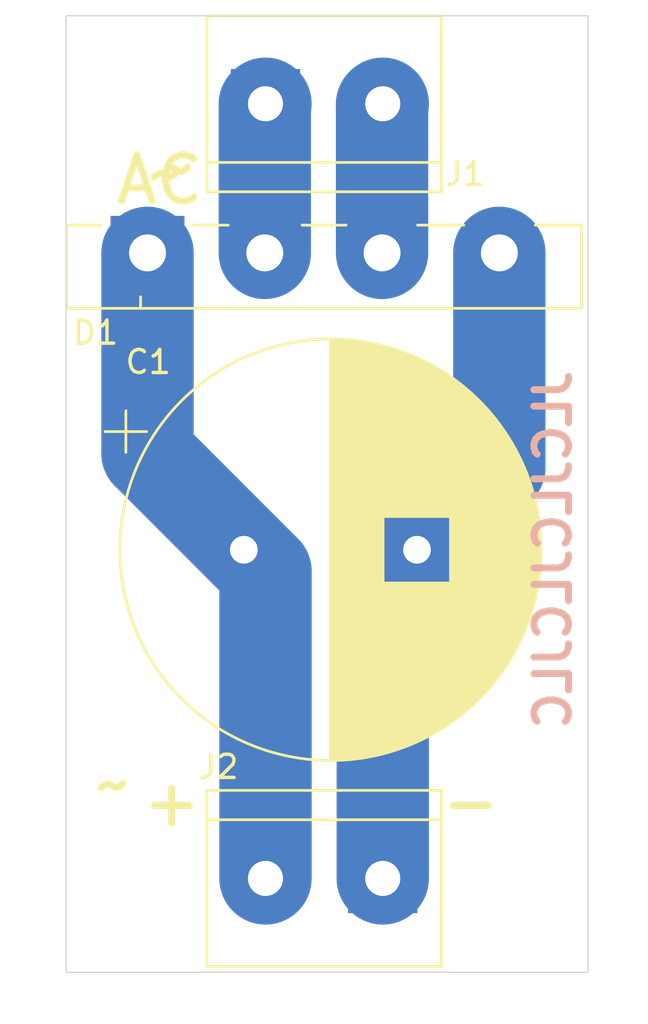
<source format=kicad_pcb>
(kicad_pcb (version 20171130) (host pcbnew 5.1.5+dfsg1-2build2)

  (general
    (thickness 1.6)
    (drawings 11)
    (tracks 12)
    (zones 0)
    (modules 8)
    (nets 5)
  )

  (page A4)
  (layers
    (0 F.Cu signal)
    (31 B.Cu signal)
    (33 F.Adhes user)
    (35 F.Paste user)
    (36 B.SilkS user)
    (37 F.SilkS user)
    (38 B.Mask user)
    (39 F.Mask user)
    (40 Dwgs.User user)
    (41 Cmts.User user)
    (42 Eco1.User user)
    (43 Eco2.User user)
    (44 Edge.Cuts user)
    (45 Margin user)
    (46 B.CrtYd user)
    (47 F.CrtYd user)
    (49 F.Fab user)
  )

  (setup
    (last_trace_width 0.5)
    (user_trace_width 1)
    (user_trace_width 2)
    (user_trace_width 3)
    (user_trace_width 4)
    (trace_clearance 0.5)
    (zone_clearance 0.508)
    (zone_45_only no)
    (trace_min 0.2)
    (via_size 0.8)
    (via_drill 0.4)
    (via_min_size 0.4)
    (via_min_drill 0.3)
    (uvia_size 0.3)
    (uvia_drill 0.1)
    (uvias_allowed no)
    (uvia_min_size 0.2)
    (uvia_min_drill 0.1)
    (edge_width 0.05)
    (segment_width 0.2)
    (pcb_text_width 0.3)
    (pcb_text_size 1.5 1.5)
    (mod_edge_width 0.12)
    (mod_text_size 1 1)
    (mod_text_width 0.15)
    (pad_size 1.524 1.524)
    (pad_drill 0.762)
    (pad_to_mask_clearance 0.051)
    (solder_mask_min_width 0.25)
    (aux_axis_origin 0 0)
    (visible_elements FFFFFF7F)
    (pcbplotparams
      (layerselection 0x010f0_ffffffff)
      (usegerberextensions false)
      (usegerberattributes true)
      (usegerberadvancedattributes false)
      (creategerberjobfile false)
      (excludeedgelayer false)
      (linewidth 0.150000)
      (plotframeref false)
      (viasonmask false)
      (mode 1)
      (useauxorigin true)
      (hpglpennumber 1)
      (hpglpenspeed 20)
      (hpglpendiameter 15.000000)
      (psnegative false)
      (psa4output false)
      (plotreference true)
      (plotvalue true)
      (plotinvisibletext false)
      (padsonsilk false)
      (subtractmaskfromsilk false)
      (outputformat 1)
      (mirror false)
      (drillshape 0)
      (scaleselection 1)
      (outputdirectory "output/"))
  )

  (net 0 "")
  (net 1 "Net-(C1-Pad2)")
  (net 2 "Net-(C1-Pad1)")
  (net 3 "Net-(D1-Pad2)")
  (net 4 "Net-(D1-Pad3)")

  (net_class Default "This is the default net class."
    (clearance 0.5)
    (trace_width 0.5)
    (via_dia 0.8)
    (via_drill 0.4)
    (uvia_dia 0.3)
    (uvia_drill 0.1)
    (add_net "Net-(C1-Pad1)")
    (add_net "Net-(C1-Pad2)")
    (add_net "Net-(D1-Pad2)")
    (add_net "Net-(D1-Pad3)")
  )

  (module MountingHole:MountingHole_3.2mm_M3 locked (layer F.Cu) (tedit 56D1B4CB) (tstamp 606196D6)
    (at 194.31 130.81)
    (descr "Mounting Hole 3.2mm, no annular, M3")
    (tags "mounting hole 3.2mm no annular m3")
    (path /6061BF98)
    (attr virtual)
    (fp_text reference H4 (at 0 -4.2) (layer F.SilkS) hide
      (effects (font (size 1 1) (thickness 0.15)))
    )
    (fp_text value MountingHole (at 0 4.2) (layer F.Fab)
      (effects (font (size 1 1) (thickness 0.15)))
    )
    (fp_circle (center 0 0) (end 3.45 0) (layer F.CrtYd) (width 0.05))
    (fp_circle (center 0 0) (end 3.2 0) (layer Cmts.User) (width 0.15))
    (fp_text user %R (at 0.3 0) (layer F.Fab)
      (effects (font (size 1 1) (thickness 0.15)))
    )
    (pad 1 np_thru_hole circle (at 0 0) (size 3.2 3.2) (drill 3.2) (layers *.Cu *.Mask))
  )

  (module MountingHole:MountingHole_3.2mm_M3 locked (layer F.Cu) (tedit 56D1B4CB) (tstamp 606196CE)
    (at 212.09 130.81)
    (descr "Mounting Hole 3.2mm, no annular, M3")
    (tags "mounting hole 3.2mm no annular m3")
    (path /6061BD49)
    (attr virtual)
    (fp_text reference H3 (at 0 -4.2) (layer F.SilkS) hide
      (effects (font (size 1 1) (thickness 0.15)))
    )
    (fp_text value MountingHole (at 0 4.2) (layer F.Fab)
      (effects (font (size 1 1) (thickness 0.15)))
    )
    (fp_circle (center 0 0) (end 3.45 0) (layer F.CrtYd) (width 0.05))
    (fp_circle (center 0 0) (end 3.2 0) (layer Cmts.User) (width 0.15))
    (fp_text user %R (at 0.3 0) (layer F.Fab)
      (effects (font (size 1 1) (thickness 0.15)))
    )
    (pad 1 np_thru_hole circle (at 0 0) (size 3.2 3.2) (drill 3.2) (layers *.Cu *.Mask))
  )

  (module MountingHole:MountingHole_3.2mm_M3 locked (layer F.Cu) (tedit 56D1B4CB) (tstamp 606196C6)
    (at 194.31 94.996)
    (descr "Mounting Hole 3.2mm, no annular, M3")
    (tags "mounting hole 3.2mm no annular m3")
    (path /6061BA3E)
    (attr virtual)
    (fp_text reference H2 (at 0 -4.2) (layer F.SilkS) hide
      (effects (font (size 1 1) (thickness 0.15)))
    )
    (fp_text value MountingHole (at 0 4.2) (layer F.Fab)
      (effects (font (size 1 1) (thickness 0.15)))
    )
    (fp_circle (center 0 0) (end 3.45 0) (layer F.CrtYd) (width 0.05))
    (fp_circle (center 0 0) (end 3.2 0) (layer Cmts.User) (width 0.15))
    (fp_text user %R (at 0.3 0) (layer F.Fab)
      (effects (font (size 1 1) (thickness 0.15)))
    )
    (pad 1 np_thru_hole circle (at 0 0) (size 3.2 3.2) (drill 3.2) (layers *.Cu *.Mask))
  )

  (module MountingHole:MountingHole_3.2mm_M3 locked (layer F.Cu) (tedit 56D1B4CB) (tstamp 606196BE)
    (at 212.09 94.996)
    (descr "Mounting Hole 3.2mm, no annular, M3")
    (tags "mounting hole 3.2mm no annular m3")
    (path /6061B8BD)
    (attr virtual)
    (fp_text reference H1 (at 0 -4.2) (layer F.SilkS) hide
      (effects (font (size 1 1) (thickness 0.15)))
    )
    (fp_text value MountingHole (at 0 4.2) (layer F.Fab)
      (effects (font (size 1 1) (thickness 0.15)))
    )
    (fp_circle (center 0 0) (end 3.45 0) (layer F.CrtYd) (width 0.05))
    (fp_circle (center 0 0) (end 3.2 0) (layer Cmts.User) (width 0.15))
    (fp_text user %R (at 0.3 0) (layer F.Fab)
      (effects (font (size 1 1) (thickness 0.15)))
    )
    (pad 1 np_thru_hole circle (at 0 0) (size 3.2 3.2) (drill 3.2) (layers *.Cu *.Mask))
  )

  (module TerminalBlock:TerminalBlock_bornier-2_P5.08mm locked (layer F.Cu) (tedit 59FF03AB) (tstamp 606164ED)
    (at 200.66 96.012)
    (descr "simple 2-pin terminal block, pitch 5.08mm, revamped version of bornier2")
    (tags "terminal block bornier2")
    (path /60611B34)
    (fp_text reference J1 (at 8.636 3.048) (layer F.SilkS)
      (effects (font (size 1 1) (thickness 0.15)))
    )
    (fp_text value Screw_Terminal_01x02 (at 2.54 5.08) (layer F.Fab)
      (effects (font (size 1 1) (thickness 0.15)))
    )
    (fp_line (start 7.79 4) (end -2.71 4) (layer F.CrtYd) (width 0.05))
    (fp_line (start 7.79 4) (end 7.79 -4) (layer F.CrtYd) (width 0.05))
    (fp_line (start -2.71 -4) (end -2.71 4) (layer F.CrtYd) (width 0.05))
    (fp_line (start -2.71 -4) (end 7.79 -4) (layer F.CrtYd) (width 0.05))
    (fp_line (start -2.54 3.81) (end 7.62 3.81) (layer F.SilkS) (width 0.12))
    (fp_line (start -2.54 -3.81) (end -2.54 3.81) (layer F.SilkS) (width 0.12))
    (fp_line (start 7.62 -3.81) (end -2.54 -3.81) (layer F.SilkS) (width 0.12))
    (fp_line (start 7.62 3.81) (end 7.62 -3.81) (layer F.SilkS) (width 0.12))
    (fp_line (start 7.62 2.54) (end -2.54 2.54) (layer F.SilkS) (width 0.12))
    (fp_line (start 7.54 -3.75) (end -2.46 -3.75) (layer F.Fab) (width 0.1))
    (fp_line (start 7.54 3.75) (end 7.54 -3.75) (layer F.Fab) (width 0.1))
    (fp_line (start -2.46 3.75) (end 7.54 3.75) (layer F.Fab) (width 0.1))
    (fp_line (start -2.46 -3.75) (end -2.46 3.75) (layer F.Fab) (width 0.1))
    (fp_line (start -2.41 2.55) (end 7.49 2.55) (layer F.Fab) (width 0.1))
    (fp_text user %R (at 2.54 0) (layer F.Fab)
      (effects (font (size 1 1) (thickness 0.15)))
    )
    (pad 2 thru_hole circle (at 5.08 0) (size 3 3) (drill 1.52) (layers *.Cu *.Mask)
      (net 4 "Net-(D1-Pad3)"))
    (pad 1 thru_hole rect (at 0 0) (size 3 3) (drill 1.52) (layers *.Cu *.Mask)
      (net 3 "Net-(D1-Pad2)"))
    (model ${KISYS3DMOD}/TerminalBlock.3dshapes/TerminalBlock_bornier-2_P5.08mm.wrl
      (offset (xyz 2.539999961853027 0 0))
      (scale (xyz 1 1 1))
      (rotate (xyz 0 0 0))
    )
  )

  (module TerminalBlock:TerminalBlock_bornier-2_P5.08mm locked (layer F.Cu) (tedit 59FF03AB) (tstamp 60616554)
    (at 205.74 129.54 180)
    (descr "simple 2-pin terminal block, pitch 5.08mm, revamped version of bornier2")
    (tags "terminal block bornier2")
    (path /60612640)
    (fp_text reference J2 (at 7.112 4.826) (layer F.SilkS)
      (effects (font (size 1 1) (thickness 0.15)))
    )
    (fp_text value Screw_Terminal_01x02 (at 2.54 5.08) (layer F.Fab)
      (effects (font (size 1 1) (thickness 0.15)))
    )
    (fp_line (start 7.79 4) (end -2.71 4) (layer F.CrtYd) (width 0.05))
    (fp_line (start 7.79 4) (end 7.79 -4) (layer F.CrtYd) (width 0.05))
    (fp_line (start -2.71 -4) (end -2.71 4) (layer F.CrtYd) (width 0.05))
    (fp_line (start -2.71 -4) (end 7.79 -4) (layer F.CrtYd) (width 0.05))
    (fp_line (start -2.54 3.81) (end 7.62 3.81) (layer F.SilkS) (width 0.12))
    (fp_line (start -2.54 -3.81) (end -2.54 3.81) (layer F.SilkS) (width 0.12))
    (fp_line (start 7.62 -3.81) (end -2.54 -3.81) (layer F.SilkS) (width 0.12))
    (fp_line (start 7.62 3.81) (end 7.62 -3.81) (layer F.SilkS) (width 0.12))
    (fp_line (start 7.62 2.54) (end -2.54 2.54) (layer F.SilkS) (width 0.12))
    (fp_line (start 7.54 -3.75) (end -2.46 -3.75) (layer F.Fab) (width 0.1))
    (fp_line (start 7.54 3.75) (end 7.54 -3.75) (layer F.Fab) (width 0.1))
    (fp_line (start -2.46 3.75) (end 7.54 3.75) (layer F.Fab) (width 0.1))
    (fp_line (start -2.46 -3.75) (end -2.46 3.75) (layer F.Fab) (width 0.1))
    (fp_line (start -2.41 2.55) (end 7.49 2.55) (layer F.Fab) (width 0.1))
    (fp_text user %R (at 2.54 0) (layer F.Fab)
      (effects (font (size 1 1) (thickness 0.15)))
    )
    (pad 2 thru_hole circle (at 5.08 0 180) (size 3 3) (drill 1.52) (layers *.Cu *.Mask)
      (net 2 "Net-(C1-Pad1)"))
    (pad 1 thru_hole rect (at 0 0 180) (size 3 3) (drill 1.52) (layers *.Cu *.Mask)
      (net 1 "Net-(C1-Pad2)"))
    (model ${KISYS3DMOD}/TerminalBlock.3dshapes/TerminalBlock_bornier-2_P5.08mm.wrl
      (offset (xyz 2.539999961853027 0 0))
      (scale (xyz 1 1 1))
      (rotate (xyz 0 0 0))
    )
  )

  (module Diode_THT:Diode_Bridge_Vishay_GBU locked (layer F.Cu) (tedit 5A4F789A) (tstamp 60616486)
    (at 195.55 102.466)
    (descr "Vishay GBU rectifier package, 5.08mm pitch, see http://www.vishay.com/docs/88606/g3sba20.pdf")
    (tags "Vishay GBU rectifier diode bridge")
    (path /60610E47)
    (fp_text reference D1 (at -2.256 3.452 180) (layer F.SilkS)
      (effects (font (size 1 1) (thickness 0.15)))
    )
    (fp_text value GBU8B (at 7.1 -2.5 180) (layer F.Fab)
      (effects (font (size 1 1) (thickness 0.15)))
    )
    (fp_line (start 18.95 -1.85) (end -3.65 -1.85) (layer F.CrtYd) (width 0.05))
    (fp_line (start 18.95 -1.85) (end 18.95 2.55) (layer F.CrtYd) (width 0.05))
    (fp_line (start -3.65 2.55) (end -3.65 -1.85) (layer F.CrtYd) (width 0.05))
    (fp_line (start -3.65 2.55) (end 18.95 2.55) (layer F.CrtYd) (width 0.05))
    (fp_line (start -3.4 -1.1) (end 18.7 -1.1) (layer F.Fab) (width 0.1))
    (fp_line (start 18.7 -1.1) (end 18.7 2.3) (layer F.Fab) (width 0.12))
    (fp_line (start 18.7 2.3) (end -2.5 2.3) (layer F.Fab) (width 0.1))
    (fp_line (start -2.5 2.3) (end -3.4 1.3) (layer F.Fab) (width 0.1))
    (fp_line (start -3.4 1.3) (end -3.4 -1.1) (layer F.Fab) (width 0.1))
    (fp_line (start -0.3 2.3) (end -0.3 -1.1) (layer F.Fab) (width 0.1))
    (fp_line (start -3.5 -1.2) (end -2 -1.2) (layer F.SilkS) (width 0.12))
    (fp_line (start 2 -1.2) (end 3.5 -1.2) (layer F.SilkS) (width 0.12))
    (fp_line (start 6.7 -1.2) (end 8.6 -1.2) (layer F.SilkS) (width 0.12))
    (fp_line (start 11.7 -1.2) (end 13.7 -1.2) (layer F.SilkS) (width 0.12))
    (fp_line (start 16.8 -1.2) (end 18.8 -1.2) (layer F.SilkS) (width 0.12))
    (fp_line (start 18.8 -1.2) (end 18.8 2.4) (layer F.SilkS) (width 0.12))
    (fp_line (start 18.8 2.4) (end -3.5 2.4) (layer F.SilkS) (width 0.12))
    (fp_line (start -3.5 2.4) (end -3.5 -1.2) (layer F.SilkS) (width 0.12))
    (fp_line (start -0.3 2.4) (end -0.3 1.9) (layer F.SilkS) (width 0.12))
    (fp_text user %R (at 7.65 0.6 180) (layer F.Fab)
      (effects (font (size 1 1) (thickness 0.15)))
    )
    (pad 1 thru_hole rect (at 0 0) (size 3.2 3.2) (drill 1.6) (layers *.Cu *.Mask)
      (net 2 "Net-(C1-Pad1)"))
    (pad 2 thru_hole circle (at 5.08 0) (size 3.2 3.2) (drill 1.6) (layers *.Cu *.Mask)
      (net 3 "Net-(D1-Pad2)"))
    (pad 3 thru_hole circle (at 10.16 0) (size 3.2 3.2) (drill 1.6) (layers *.Cu *.Mask)
      (net 4 "Net-(D1-Pad3)"))
    (pad 4 thru_hole circle (at 15.24 0) (size 3.2 3.2) (drill 1.6) (layers *.Cu *.Mask)
      (net 1 "Net-(C1-Pad2)"))
    (model ${KISYS3DMOD}/Diode_THT.3dshapes/Diode_Bridge_Vishay_GBU.wrl
      (at (xyz 0 0 0))
      (scale (xyz 1 1 1))
      (rotate (xyz 0 0 0))
    )
  )

  (module Capacitor_THT:CP_Radial_D18.0mm_P7.50mm locked (layer F.Cu) (tedit 5AE50EF1) (tstamp 6061646A)
    (at 199.72222 115.316)
    (descr "CP, Radial series, Radial, pin pitch=7.50mm, , diameter=18mm, Electrolytic Capacitor")
    (tags "CP Radial series Radial pin pitch 7.50mm  diameter 18mm Electrolytic Capacitor")
    (path /6061559D)
    (fp_text reference C1 (at -4.14222 -8.128) (layer F.SilkS)
      (effects (font (size 1 1) (thickness 0.15)))
    )
    (fp_text value CP (at 3.75 10.25) (layer F.Fab)
      (effects (font (size 1 1) (thickness 0.15)))
    )
    (fp_text user %R (at 3.75 0) (layer F.Fab)
      (effects (font (size 1 1) (thickness 0.15)))
    )
    (fp_line (start -5.10944 -6.015) (end -5.10944 -4.215) (layer F.SilkS) (width 0.12))
    (fp_line (start -6.00944 -5.115) (end -4.20944 -5.115) (layer F.SilkS) (width 0.12))
    (fp_line (start 12.87 -0.04) (end 12.87 0.04) (layer F.SilkS) (width 0.12))
    (fp_line (start 12.83 -0.814) (end 12.83 0.814) (layer F.SilkS) (width 0.12))
    (fp_line (start 12.79 -1.166) (end 12.79 1.166) (layer F.SilkS) (width 0.12))
    (fp_line (start 12.75 -1.435) (end 12.75 1.435) (layer F.SilkS) (width 0.12))
    (fp_line (start 12.71 -1.661) (end 12.71 1.661) (layer F.SilkS) (width 0.12))
    (fp_line (start 12.67 -1.86) (end 12.67 1.86) (layer F.SilkS) (width 0.12))
    (fp_line (start 12.63 -2.039) (end 12.63 2.039) (layer F.SilkS) (width 0.12))
    (fp_line (start 12.59 -2.203) (end 12.59 2.203) (layer F.SilkS) (width 0.12))
    (fp_line (start 12.55 -2.355) (end 12.55 2.355) (layer F.SilkS) (width 0.12))
    (fp_line (start 12.51 -2.498) (end 12.51 2.498) (layer F.SilkS) (width 0.12))
    (fp_line (start 12.47 -2.632) (end 12.47 2.632) (layer F.SilkS) (width 0.12))
    (fp_line (start 12.43 -2.759) (end 12.43 2.759) (layer F.SilkS) (width 0.12))
    (fp_line (start 12.39 -2.88) (end 12.39 2.88) (layer F.SilkS) (width 0.12))
    (fp_line (start 12.35 -2.996) (end 12.35 2.996) (layer F.SilkS) (width 0.12))
    (fp_line (start 12.31 -3.107) (end 12.31 3.107) (layer F.SilkS) (width 0.12))
    (fp_line (start 12.27 -3.214) (end 12.27 3.214) (layer F.SilkS) (width 0.12))
    (fp_line (start 12.23 -3.317) (end 12.23 3.317) (layer F.SilkS) (width 0.12))
    (fp_line (start 12.19 -3.416) (end 12.19 3.416) (layer F.SilkS) (width 0.12))
    (fp_line (start 12.15 -3.512) (end 12.15 3.512) (layer F.SilkS) (width 0.12))
    (fp_line (start 12.11 -3.605) (end 12.11 3.605) (layer F.SilkS) (width 0.12))
    (fp_line (start 12.07 -3.696) (end 12.07 3.696) (layer F.SilkS) (width 0.12))
    (fp_line (start 12.03 -3.784) (end 12.03 3.784) (layer F.SilkS) (width 0.12))
    (fp_line (start 11.99 -3.869) (end 11.99 3.869) (layer F.SilkS) (width 0.12))
    (fp_line (start 11.95 -3.952) (end 11.95 3.952) (layer F.SilkS) (width 0.12))
    (fp_line (start 11.911 -4.033) (end 11.911 4.033) (layer F.SilkS) (width 0.12))
    (fp_line (start 11.871 -4.113) (end 11.871 4.113) (layer F.SilkS) (width 0.12))
    (fp_line (start 11.831 -4.19) (end 11.831 4.19) (layer F.SilkS) (width 0.12))
    (fp_line (start 11.791 -4.265) (end 11.791 4.265) (layer F.SilkS) (width 0.12))
    (fp_line (start 11.751 -4.339) (end 11.751 4.339) (layer F.SilkS) (width 0.12))
    (fp_line (start 11.711 -4.412) (end 11.711 4.412) (layer F.SilkS) (width 0.12))
    (fp_line (start 11.671 -4.482) (end 11.671 4.482) (layer F.SilkS) (width 0.12))
    (fp_line (start 11.631 -4.552) (end 11.631 4.552) (layer F.SilkS) (width 0.12))
    (fp_line (start 11.591 -4.62) (end 11.591 4.62) (layer F.SilkS) (width 0.12))
    (fp_line (start 11.551 -4.686) (end 11.551 4.686) (layer F.SilkS) (width 0.12))
    (fp_line (start 11.511 -4.752) (end 11.511 4.752) (layer F.SilkS) (width 0.12))
    (fp_line (start 11.471 -4.816) (end 11.471 4.816) (layer F.SilkS) (width 0.12))
    (fp_line (start 11.431 -4.879) (end 11.431 4.879) (layer F.SilkS) (width 0.12))
    (fp_line (start 11.391 -4.941) (end 11.391 4.941) (layer F.SilkS) (width 0.12))
    (fp_line (start 11.351 -5.002) (end 11.351 5.002) (layer F.SilkS) (width 0.12))
    (fp_line (start 11.311 -5.062) (end 11.311 5.062) (layer F.SilkS) (width 0.12))
    (fp_line (start 11.271 -5.12) (end 11.271 5.12) (layer F.SilkS) (width 0.12))
    (fp_line (start 11.231 -5.178) (end 11.231 5.178) (layer F.SilkS) (width 0.12))
    (fp_line (start 11.191 -5.235) (end 11.191 5.235) (layer F.SilkS) (width 0.12))
    (fp_line (start 11.151 -5.291) (end 11.151 5.291) (layer F.SilkS) (width 0.12))
    (fp_line (start 11.111 -5.346) (end 11.111 5.346) (layer F.SilkS) (width 0.12))
    (fp_line (start 11.071 -5.4) (end 11.071 5.4) (layer F.SilkS) (width 0.12))
    (fp_line (start 11.031 -5.454) (end 11.031 5.454) (layer F.SilkS) (width 0.12))
    (fp_line (start 10.991 -5.506) (end 10.991 5.506) (layer F.SilkS) (width 0.12))
    (fp_line (start 10.951 -5.558) (end 10.951 5.558) (layer F.SilkS) (width 0.12))
    (fp_line (start 10.911 -5.609) (end 10.911 5.609) (layer F.SilkS) (width 0.12))
    (fp_line (start 10.871 -5.66) (end 10.871 5.66) (layer F.SilkS) (width 0.12))
    (fp_line (start 10.831 -5.709) (end 10.831 5.709) (layer F.SilkS) (width 0.12))
    (fp_line (start 10.791 -5.758) (end 10.791 5.758) (layer F.SilkS) (width 0.12))
    (fp_line (start 10.751 -5.806) (end 10.751 5.806) (layer F.SilkS) (width 0.12))
    (fp_line (start 10.711 -5.854) (end 10.711 5.854) (layer F.SilkS) (width 0.12))
    (fp_line (start 10.671 -5.901) (end 10.671 5.901) (layer F.SilkS) (width 0.12))
    (fp_line (start 10.631 -5.947) (end 10.631 5.947) (layer F.SilkS) (width 0.12))
    (fp_line (start 10.591 -5.993) (end 10.591 5.993) (layer F.SilkS) (width 0.12))
    (fp_line (start 10.551 -6.038) (end 10.551 6.038) (layer F.SilkS) (width 0.12))
    (fp_line (start 10.511 -6.082) (end 10.511 6.082) (layer F.SilkS) (width 0.12))
    (fp_line (start 10.471 -6.126) (end 10.471 6.126) (layer F.SilkS) (width 0.12))
    (fp_line (start 10.431 -6.17) (end 10.431 6.17) (layer F.SilkS) (width 0.12))
    (fp_line (start 10.391 -6.212) (end 10.391 6.212) (layer F.SilkS) (width 0.12))
    (fp_line (start 10.351 -6.254) (end 10.351 6.254) (layer F.SilkS) (width 0.12))
    (fp_line (start 10.311 -6.296) (end 10.311 6.296) (layer F.SilkS) (width 0.12))
    (fp_line (start 10.271 -6.337) (end 10.271 6.337) (layer F.SilkS) (width 0.12))
    (fp_line (start 10.231 -6.378) (end 10.231 6.378) (layer F.SilkS) (width 0.12))
    (fp_line (start 10.191 -6.418) (end 10.191 6.418) (layer F.SilkS) (width 0.12))
    (fp_line (start 10.151 -6.458) (end 10.151 6.458) (layer F.SilkS) (width 0.12))
    (fp_line (start 10.111 -6.497) (end 10.111 6.497) (layer F.SilkS) (width 0.12))
    (fp_line (start 10.071 -6.536) (end 10.071 6.536) (layer F.SilkS) (width 0.12))
    (fp_line (start 10.031 -6.574) (end 10.031 6.574) (layer F.SilkS) (width 0.12))
    (fp_line (start 9.991 -6.612) (end 9.991 6.612) (layer F.SilkS) (width 0.12))
    (fp_line (start 9.951 -6.649) (end 9.951 6.649) (layer F.SilkS) (width 0.12))
    (fp_line (start 9.911 -6.686) (end 9.911 6.686) (layer F.SilkS) (width 0.12))
    (fp_line (start 9.871 -6.722) (end 9.871 6.722) (layer F.SilkS) (width 0.12))
    (fp_line (start 9.831 -6.758) (end 9.831 6.758) (layer F.SilkS) (width 0.12))
    (fp_line (start 9.791 -6.794) (end 9.791 6.794) (layer F.SilkS) (width 0.12))
    (fp_line (start 9.751 -6.829) (end 9.751 6.829) (layer F.SilkS) (width 0.12))
    (fp_line (start 9.711 -6.864) (end 9.711 6.864) (layer F.SilkS) (width 0.12))
    (fp_line (start 9.671 -6.898) (end 9.671 6.898) (layer F.SilkS) (width 0.12))
    (fp_line (start 9.631 -6.932) (end 9.631 6.932) (layer F.SilkS) (width 0.12))
    (fp_line (start 9.591 -6.965) (end 9.591 6.965) (layer F.SilkS) (width 0.12))
    (fp_line (start 9.551 -6.999) (end 9.551 6.999) (layer F.SilkS) (width 0.12))
    (fp_line (start 9.511 -7.031) (end 9.511 7.031) (layer F.SilkS) (width 0.12))
    (fp_line (start 9.471 -7.064) (end 9.471 7.064) (layer F.SilkS) (width 0.12))
    (fp_line (start 9.431 -7.096) (end 9.431 7.096) (layer F.SilkS) (width 0.12))
    (fp_line (start 9.391 -7.127) (end 9.391 7.127) (layer F.SilkS) (width 0.12))
    (fp_line (start 9.351 -7.159) (end 9.351 7.159) (layer F.SilkS) (width 0.12))
    (fp_line (start 9.311 -7.19) (end 9.311 7.19) (layer F.SilkS) (width 0.12))
    (fp_line (start 9.271 -7.22) (end 9.271 7.22) (layer F.SilkS) (width 0.12))
    (fp_line (start 9.231 -7.25) (end 9.231 7.25) (layer F.SilkS) (width 0.12))
    (fp_line (start 9.191 -7.28) (end 9.191 7.28) (layer F.SilkS) (width 0.12))
    (fp_line (start 9.151 -7.31) (end 9.151 7.31) (layer F.SilkS) (width 0.12))
    (fp_line (start 9.111 -7.339) (end 9.111 7.339) (layer F.SilkS) (width 0.12))
    (fp_line (start 9.071 -7.368) (end 9.071 7.368) (layer F.SilkS) (width 0.12))
    (fp_line (start 9.031 -7.397) (end 9.031 7.397) (layer F.SilkS) (width 0.12))
    (fp_line (start 8.991 -7.425) (end 8.991 7.425) (layer F.SilkS) (width 0.12))
    (fp_line (start 8.951 -7.453) (end 8.951 7.453) (layer F.SilkS) (width 0.12))
    (fp_line (start 8.911 1.44) (end 8.911 7.48) (layer F.SilkS) (width 0.12))
    (fp_line (start 8.911 -7.48) (end 8.911 -1.44) (layer F.SilkS) (width 0.12))
    (fp_line (start 8.871 1.44) (end 8.871 7.508) (layer F.SilkS) (width 0.12))
    (fp_line (start 8.871 -7.508) (end 8.871 -1.44) (layer F.SilkS) (width 0.12))
    (fp_line (start 8.831 1.44) (end 8.831 7.535) (layer F.SilkS) (width 0.12))
    (fp_line (start 8.831 -7.535) (end 8.831 -1.44) (layer F.SilkS) (width 0.12))
    (fp_line (start 8.791 1.44) (end 8.791 7.561) (layer F.SilkS) (width 0.12))
    (fp_line (start 8.791 -7.561) (end 8.791 -1.44) (layer F.SilkS) (width 0.12))
    (fp_line (start 8.751 1.44) (end 8.751 7.588) (layer F.SilkS) (width 0.12))
    (fp_line (start 8.751 -7.588) (end 8.751 -1.44) (layer F.SilkS) (width 0.12))
    (fp_line (start 8.711 1.44) (end 8.711 7.614) (layer F.SilkS) (width 0.12))
    (fp_line (start 8.711 -7.614) (end 8.711 -1.44) (layer F.SilkS) (width 0.12))
    (fp_line (start 8.671 1.44) (end 8.671 7.64) (layer F.SilkS) (width 0.12))
    (fp_line (start 8.671 -7.64) (end 8.671 -1.44) (layer F.SilkS) (width 0.12))
    (fp_line (start 8.631 1.44) (end 8.631 7.665) (layer F.SilkS) (width 0.12))
    (fp_line (start 8.631 -7.665) (end 8.631 -1.44) (layer F.SilkS) (width 0.12))
    (fp_line (start 8.591 1.44) (end 8.591 7.69) (layer F.SilkS) (width 0.12))
    (fp_line (start 8.591 -7.69) (end 8.591 -1.44) (layer F.SilkS) (width 0.12))
    (fp_line (start 8.551 1.44) (end 8.551 7.715) (layer F.SilkS) (width 0.12))
    (fp_line (start 8.551 -7.715) (end 8.551 -1.44) (layer F.SilkS) (width 0.12))
    (fp_line (start 8.511 1.44) (end 8.511 7.74) (layer F.SilkS) (width 0.12))
    (fp_line (start 8.511 -7.74) (end 8.511 -1.44) (layer F.SilkS) (width 0.12))
    (fp_line (start 8.471 1.44) (end 8.471 7.764) (layer F.SilkS) (width 0.12))
    (fp_line (start 8.471 -7.764) (end 8.471 -1.44) (layer F.SilkS) (width 0.12))
    (fp_line (start 8.431 1.44) (end 8.431 7.788) (layer F.SilkS) (width 0.12))
    (fp_line (start 8.431 -7.788) (end 8.431 -1.44) (layer F.SilkS) (width 0.12))
    (fp_line (start 8.391 1.44) (end 8.391 7.812) (layer F.SilkS) (width 0.12))
    (fp_line (start 8.391 -7.812) (end 8.391 -1.44) (layer F.SilkS) (width 0.12))
    (fp_line (start 8.351 1.44) (end 8.351 7.835) (layer F.SilkS) (width 0.12))
    (fp_line (start 8.351 -7.835) (end 8.351 -1.44) (layer F.SilkS) (width 0.12))
    (fp_line (start 8.311 1.44) (end 8.311 7.859) (layer F.SilkS) (width 0.12))
    (fp_line (start 8.311 -7.859) (end 8.311 -1.44) (layer F.SilkS) (width 0.12))
    (fp_line (start 8.271 1.44) (end 8.271 7.882) (layer F.SilkS) (width 0.12))
    (fp_line (start 8.271 -7.882) (end 8.271 -1.44) (layer F.SilkS) (width 0.12))
    (fp_line (start 8.231 1.44) (end 8.231 7.904) (layer F.SilkS) (width 0.12))
    (fp_line (start 8.231 -7.904) (end 8.231 -1.44) (layer F.SilkS) (width 0.12))
    (fp_line (start 8.191 1.44) (end 8.191 7.927) (layer F.SilkS) (width 0.12))
    (fp_line (start 8.191 -7.927) (end 8.191 -1.44) (layer F.SilkS) (width 0.12))
    (fp_line (start 8.151 1.44) (end 8.151 7.949) (layer F.SilkS) (width 0.12))
    (fp_line (start 8.151 -7.949) (end 8.151 -1.44) (layer F.SilkS) (width 0.12))
    (fp_line (start 8.111 1.44) (end 8.111 7.971) (layer F.SilkS) (width 0.12))
    (fp_line (start 8.111 -7.971) (end 8.111 -1.44) (layer F.SilkS) (width 0.12))
    (fp_line (start 8.071 1.44) (end 8.071 7.992) (layer F.SilkS) (width 0.12))
    (fp_line (start 8.071 -7.992) (end 8.071 -1.44) (layer F.SilkS) (width 0.12))
    (fp_line (start 8.031 1.44) (end 8.031 8.014) (layer F.SilkS) (width 0.12))
    (fp_line (start 8.031 -8.014) (end 8.031 -1.44) (layer F.SilkS) (width 0.12))
    (fp_line (start 7.991 1.44) (end 7.991 8.035) (layer F.SilkS) (width 0.12))
    (fp_line (start 7.991 -8.035) (end 7.991 -1.44) (layer F.SilkS) (width 0.12))
    (fp_line (start 7.951 1.44) (end 7.951 8.056) (layer F.SilkS) (width 0.12))
    (fp_line (start 7.951 -8.056) (end 7.951 -1.44) (layer F.SilkS) (width 0.12))
    (fp_line (start 7.911 1.44) (end 7.911 8.076) (layer F.SilkS) (width 0.12))
    (fp_line (start 7.911 -8.076) (end 7.911 -1.44) (layer F.SilkS) (width 0.12))
    (fp_line (start 7.871 1.44) (end 7.871 8.097) (layer F.SilkS) (width 0.12))
    (fp_line (start 7.871 -8.097) (end 7.871 -1.44) (layer F.SilkS) (width 0.12))
    (fp_line (start 7.831 1.44) (end 7.831 8.117) (layer F.SilkS) (width 0.12))
    (fp_line (start 7.831 -8.117) (end 7.831 -1.44) (layer F.SilkS) (width 0.12))
    (fp_line (start 7.791 1.44) (end 7.791 8.137) (layer F.SilkS) (width 0.12))
    (fp_line (start 7.791 -8.137) (end 7.791 -1.44) (layer F.SilkS) (width 0.12))
    (fp_line (start 7.751 1.44) (end 7.751 8.156) (layer F.SilkS) (width 0.12))
    (fp_line (start 7.751 -8.156) (end 7.751 -1.44) (layer F.SilkS) (width 0.12))
    (fp_line (start 7.711 1.44) (end 7.711 8.176) (layer F.SilkS) (width 0.12))
    (fp_line (start 7.711 -8.176) (end 7.711 -1.44) (layer F.SilkS) (width 0.12))
    (fp_line (start 7.671 1.44) (end 7.671 8.195) (layer F.SilkS) (width 0.12))
    (fp_line (start 7.671 -8.195) (end 7.671 -1.44) (layer F.SilkS) (width 0.12))
    (fp_line (start 7.631 1.44) (end 7.631 8.214) (layer F.SilkS) (width 0.12))
    (fp_line (start 7.631 -8.214) (end 7.631 -1.44) (layer F.SilkS) (width 0.12))
    (fp_line (start 7.591 1.44) (end 7.591 8.233) (layer F.SilkS) (width 0.12))
    (fp_line (start 7.591 -8.233) (end 7.591 -1.44) (layer F.SilkS) (width 0.12))
    (fp_line (start 7.551 1.44) (end 7.551 8.251) (layer F.SilkS) (width 0.12))
    (fp_line (start 7.551 -8.251) (end 7.551 -1.44) (layer F.SilkS) (width 0.12))
    (fp_line (start 7.511 1.44) (end 7.511 8.269) (layer F.SilkS) (width 0.12))
    (fp_line (start 7.511 -8.269) (end 7.511 -1.44) (layer F.SilkS) (width 0.12))
    (fp_line (start 7.471 1.44) (end 7.471 8.287) (layer F.SilkS) (width 0.12))
    (fp_line (start 7.471 -8.287) (end 7.471 -1.44) (layer F.SilkS) (width 0.12))
    (fp_line (start 7.431 1.44) (end 7.431 8.305) (layer F.SilkS) (width 0.12))
    (fp_line (start 7.431 -8.305) (end 7.431 -1.44) (layer F.SilkS) (width 0.12))
    (fp_line (start 7.391 1.44) (end 7.391 8.323) (layer F.SilkS) (width 0.12))
    (fp_line (start 7.391 -8.323) (end 7.391 -1.44) (layer F.SilkS) (width 0.12))
    (fp_line (start 7.351 1.44) (end 7.351 8.34) (layer F.SilkS) (width 0.12))
    (fp_line (start 7.351 -8.34) (end 7.351 -1.44) (layer F.SilkS) (width 0.12))
    (fp_line (start 7.311 1.44) (end 7.311 8.357) (layer F.SilkS) (width 0.12))
    (fp_line (start 7.311 -8.357) (end 7.311 -1.44) (layer F.SilkS) (width 0.12))
    (fp_line (start 7.271 1.44) (end 7.271 8.374) (layer F.SilkS) (width 0.12))
    (fp_line (start 7.271 -8.374) (end 7.271 -1.44) (layer F.SilkS) (width 0.12))
    (fp_line (start 7.231 1.44) (end 7.231 8.39) (layer F.SilkS) (width 0.12))
    (fp_line (start 7.231 -8.39) (end 7.231 -1.44) (layer F.SilkS) (width 0.12))
    (fp_line (start 7.191 1.44) (end 7.191 8.407) (layer F.SilkS) (width 0.12))
    (fp_line (start 7.191 -8.407) (end 7.191 -1.44) (layer F.SilkS) (width 0.12))
    (fp_line (start 7.151 1.44) (end 7.151 8.423) (layer F.SilkS) (width 0.12))
    (fp_line (start 7.151 -8.423) (end 7.151 -1.44) (layer F.SilkS) (width 0.12))
    (fp_line (start 7.111 1.44) (end 7.111 8.439) (layer F.SilkS) (width 0.12))
    (fp_line (start 7.111 -8.439) (end 7.111 -1.44) (layer F.SilkS) (width 0.12))
    (fp_line (start 7.071 1.44) (end 7.071 8.455) (layer F.SilkS) (width 0.12))
    (fp_line (start 7.071 -8.455) (end 7.071 -1.44) (layer F.SilkS) (width 0.12))
    (fp_line (start 7.031 1.44) (end 7.031 8.47) (layer F.SilkS) (width 0.12))
    (fp_line (start 7.031 -8.47) (end 7.031 -1.44) (layer F.SilkS) (width 0.12))
    (fp_line (start 6.991 1.44) (end 6.991 8.486) (layer F.SilkS) (width 0.12))
    (fp_line (start 6.991 -8.486) (end 6.991 -1.44) (layer F.SilkS) (width 0.12))
    (fp_line (start 6.951 1.44) (end 6.951 8.501) (layer F.SilkS) (width 0.12))
    (fp_line (start 6.951 -8.501) (end 6.951 -1.44) (layer F.SilkS) (width 0.12))
    (fp_line (start 6.911 1.44) (end 6.911 8.516) (layer F.SilkS) (width 0.12))
    (fp_line (start 6.911 -8.516) (end 6.911 -1.44) (layer F.SilkS) (width 0.12))
    (fp_line (start 6.871 1.44) (end 6.871 8.53) (layer F.SilkS) (width 0.12))
    (fp_line (start 6.871 -8.53) (end 6.871 -1.44) (layer F.SilkS) (width 0.12))
    (fp_line (start 6.831 1.44) (end 6.831 8.545) (layer F.SilkS) (width 0.12))
    (fp_line (start 6.831 -8.545) (end 6.831 -1.44) (layer F.SilkS) (width 0.12))
    (fp_line (start 6.791 1.44) (end 6.791 8.559) (layer F.SilkS) (width 0.12))
    (fp_line (start 6.791 -8.559) (end 6.791 -1.44) (layer F.SilkS) (width 0.12))
    (fp_line (start 6.751 1.44) (end 6.751 8.573) (layer F.SilkS) (width 0.12))
    (fp_line (start 6.751 -8.573) (end 6.751 -1.44) (layer F.SilkS) (width 0.12))
    (fp_line (start 6.711 1.44) (end 6.711 8.587) (layer F.SilkS) (width 0.12))
    (fp_line (start 6.711 -8.587) (end 6.711 -1.44) (layer F.SilkS) (width 0.12))
    (fp_line (start 6.671 1.44) (end 6.671 8.6) (layer F.SilkS) (width 0.12))
    (fp_line (start 6.671 -8.6) (end 6.671 -1.44) (layer F.SilkS) (width 0.12))
    (fp_line (start 6.631 1.44) (end 6.631 8.614) (layer F.SilkS) (width 0.12))
    (fp_line (start 6.631 -8.614) (end 6.631 -1.44) (layer F.SilkS) (width 0.12))
    (fp_line (start 6.591 1.44) (end 6.591 8.627) (layer F.SilkS) (width 0.12))
    (fp_line (start 6.591 -8.627) (end 6.591 -1.44) (layer F.SilkS) (width 0.12))
    (fp_line (start 6.551 1.44) (end 6.551 8.64) (layer F.SilkS) (width 0.12))
    (fp_line (start 6.551 -8.64) (end 6.551 -1.44) (layer F.SilkS) (width 0.12))
    (fp_line (start 6.511 1.44) (end 6.511 8.653) (layer F.SilkS) (width 0.12))
    (fp_line (start 6.511 -8.653) (end 6.511 -1.44) (layer F.SilkS) (width 0.12))
    (fp_line (start 6.471 1.44) (end 6.471 8.665) (layer F.SilkS) (width 0.12))
    (fp_line (start 6.471 -8.665) (end 6.471 -1.44) (layer F.SilkS) (width 0.12))
    (fp_line (start 6.431 1.44) (end 6.431 8.678) (layer F.SilkS) (width 0.12))
    (fp_line (start 6.431 -8.678) (end 6.431 -1.44) (layer F.SilkS) (width 0.12))
    (fp_line (start 6.391 1.44) (end 6.391 8.69) (layer F.SilkS) (width 0.12))
    (fp_line (start 6.391 -8.69) (end 6.391 -1.44) (layer F.SilkS) (width 0.12))
    (fp_line (start 6.351 1.44) (end 6.351 8.702) (layer F.SilkS) (width 0.12))
    (fp_line (start 6.351 -8.702) (end 6.351 -1.44) (layer F.SilkS) (width 0.12))
    (fp_line (start 6.311 1.44) (end 6.311 8.714) (layer F.SilkS) (width 0.12))
    (fp_line (start 6.311 -8.714) (end 6.311 -1.44) (layer F.SilkS) (width 0.12))
    (fp_line (start 6.271 1.44) (end 6.271 8.725) (layer F.SilkS) (width 0.12))
    (fp_line (start 6.271 -8.725) (end 6.271 -1.44) (layer F.SilkS) (width 0.12))
    (fp_line (start 6.231 1.44) (end 6.231 8.737) (layer F.SilkS) (width 0.12))
    (fp_line (start 6.231 -8.737) (end 6.231 -1.44) (layer F.SilkS) (width 0.12))
    (fp_line (start 6.191 1.44) (end 6.191 8.748) (layer F.SilkS) (width 0.12))
    (fp_line (start 6.191 -8.748) (end 6.191 -1.44) (layer F.SilkS) (width 0.12))
    (fp_line (start 6.151 1.44) (end 6.151 8.759) (layer F.SilkS) (width 0.12))
    (fp_line (start 6.151 -8.759) (end 6.151 -1.44) (layer F.SilkS) (width 0.12))
    (fp_line (start 6.111 1.44) (end 6.111 8.77) (layer F.SilkS) (width 0.12))
    (fp_line (start 6.111 -8.77) (end 6.111 -1.44) (layer F.SilkS) (width 0.12))
    (fp_line (start 6.071 1.44) (end 6.071 8.78) (layer F.SilkS) (width 0.12))
    (fp_line (start 6.071 -8.78) (end 6.071 -1.44) (layer F.SilkS) (width 0.12))
    (fp_line (start 6.031 -8.791) (end 6.031 8.791) (layer F.SilkS) (width 0.12))
    (fp_line (start 5.991 -8.801) (end 5.991 8.801) (layer F.SilkS) (width 0.12))
    (fp_line (start 5.951 -8.811) (end 5.951 8.811) (layer F.SilkS) (width 0.12))
    (fp_line (start 5.911 -8.821) (end 5.911 8.821) (layer F.SilkS) (width 0.12))
    (fp_line (start 5.871 -8.831) (end 5.871 8.831) (layer F.SilkS) (width 0.12))
    (fp_line (start 5.831 -8.84) (end 5.831 8.84) (layer F.SilkS) (width 0.12))
    (fp_line (start 5.791 -8.849) (end 5.791 8.849) (layer F.SilkS) (width 0.12))
    (fp_line (start 5.751 -8.858) (end 5.751 8.858) (layer F.SilkS) (width 0.12))
    (fp_line (start 5.711 -8.867) (end 5.711 8.867) (layer F.SilkS) (width 0.12))
    (fp_line (start 5.671 -8.876) (end 5.671 8.876) (layer F.SilkS) (width 0.12))
    (fp_line (start 5.631 -8.885) (end 5.631 8.885) (layer F.SilkS) (width 0.12))
    (fp_line (start 5.591 -8.893) (end 5.591 8.893) (layer F.SilkS) (width 0.12))
    (fp_line (start 5.551 -8.901) (end 5.551 8.901) (layer F.SilkS) (width 0.12))
    (fp_line (start 5.511 -8.909) (end 5.511 8.909) (layer F.SilkS) (width 0.12))
    (fp_line (start 5.471 -8.917) (end 5.471 8.917) (layer F.SilkS) (width 0.12))
    (fp_line (start 5.431 -8.924) (end 5.431 8.924) (layer F.SilkS) (width 0.12))
    (fp_line (start 5.391 -8.932) (end 5.391 8.932) (layer F.SilkS) (width 0.12))
    (fp_line (start 5.351 -8.939) (end 5.351 8.939) (layer F.SilkS) (width 0.12))
    (fp_line (start 5.311 -8.946) (end 5.311 8.946) (layer F.SilkS) (width 0.12))
    (fp_line (start 5.271 -8.953) (end 5.271 8.953) (layer F.SilkS) (width 0.12))
    (fp_line (start 5.231 -8.96) (end 5.231 8.96) (layer F.SilkS) (width 0.12))
    (fp_line (start 5.191 -8.966) (end 5.191 8.966) (layer F.SilkS) (width 0.12))
    (fp_line (start 5.151 -8.972) (end 5.151 8.972) (layer F.SilkS) (width 0.12))
    (fp_line (start 5.111 -8.979) (end 5.111 8.979) (layer F.SilkS) (width 0.12))
    (fp_line (start 5.071 -8.984) (end 5.071 8.984) (layer F.SilkS) (width 0.12))
    (fp_line (start 5.031 -8.99) (end 5.031 8.99) (layer F.SilkS) (width 0.12))
    (fp_line (start 4.991 -8.996) (end 4.991 8.996) (layer F.SilkS) (width 0.12))
    (fp_line (start 4.951 -9.001) (end 4.951 9.001) (layer F.SilkS) (width 0.12))
    (fp_line (start 4.911 -9.006) (end 4.911 9.006) (layer F.SilkS) (width 0.12))
    (fp_line (start 4.871 -9.011) (end 4.871 9.011) (layer F.SilkS) (width 0.12))
    (fp_line (start 4.831 -9.016) (end 4.831 9.016) (layer F.SilkS) (width 0.12))
    (fp_line (start 4.791 -9.021) (end 4.791 9.021) (layer F.SilkS) (width 0.12))
    (fp_line (start 4.751 -9.026) (end 4.751 9.026) (layer F.SilkS) (width 0.12))
    (fp_line (start 4.711 -9.03) (end 4.711 9.03) (layer F.SilkS) (width 0.12))
    (fp_line (start 4.671 -9.034) (end 4.671 9.034) (layer F.SilkS) (width 0.12))
    (fp_line (start 4.631 -9.038) (end 4.631 9.038) (layer F.SilkS) (width 0.12))
    (fp_line (start 4.591 -9.042) (end 4.591 9.042) (layer F.SilkS) (width 0.12))
    (fp_line (start 4.551 -9.045) (end 4.551 9.045) (layer F.SilkS) (width 0.12))
    (fp_line (start 4.511 -9.049) (end 4.511 9.049) (layer F.SilkS) (width 0.12))
    (fp_line (start 4.471 -9.052) (end 4.471 9.052) (layer F.SilkS) (width 0.12))
    (fp_line (start 4.43 -9.055) (end 4.43 9.055) (layer F.SilkS) (width 0.12))
    (fp_line (start 4.39 -9.058) (end 4.39 9.058) (layer F.SilkS) (width 0.12))
    (fp_line (start 4.35 -9.061) (end 4.35 9.061) (layer F.SilkS) (width 0.12))
    (fp_line (start 4.31 -9.063) (end 4.31 9.063) (layer F.SilkS) (width 0.12))
    (fp_line (start 4.27 -9.066) (end 4.27 9.066) (layer F.SilkS) (width 0.12))
    (fp_line (start 4.23 -9.068) (end 4.23 9.068) (layer F.SilkS) (width 0.12))
    (fp_line (start 4.19 -9.07) (end 4.19 9.07) (layer F.SilkS) (width 0.12))
    (fp_line (start 4.15 -9.072) (end 4.15 9.072) (layer F.SilkS) (width 0.12))
    (fp_line (start 4.11 -9.073) (end 4.11 9.073) (layer F.SilkS) (width 0.12))
    (fp_line (start 4.07 -9.075) (end 4.07 9.075) (layer F.SilkS) (width 0.12))
    (fp_line (start 4.03 -9.076) (end 4.03 9.076) (layer F.SilkS) (width 0.12))
    (fp_line (start 3.99 -9.077) (end 3.99 9.077) (layer F.SilkS) (width 0.12))
    (fp_line (start 3.95 -9.078) (end 3.95 9.078) (layer F.SilkS) (width 0.12))
    (fp_line (start 3.91 -9.079) (end 3.91 9.079) (layer F.SilkS) (width 0.12))
    (fp_line (start 3.87 -9.08) (end 3.87 9.08) (layer F.SilkS) (width 0.12))
    (fp_line (start 3.83 -9.08) (end 3.83 9.08) (layer F.SilkS) (width 0.12))
    (fp_line (start 3.79 -9.08) (end 3.79 9.08) (layer F.SilkS) (width 0.12))
    (fp_line (start 3.75 -9.081) (end 3.75 9.081) (layer F.SilkS) (width 0.12))
    (fp_line (start -3.087271 -4.8475) (end -3.087271 -3.0475) (layer F.Fab) (width 0.1))
    (fp_line (start -3.987271 -3.9475) (end -2.187271 -3.9475) (layer F.Fab) (width 0.1))
    (fp_circle (center 3.75 0) (end 13 0) (layer F.CrtYd) (width 0.05))
    (fp_circle (center 3.75 0) (end 12.87 0) (layer F.SilkS) (width 0.12))
    (fp_circle (center 3.75 0) (end 12.75 0) (layer F.Fab) (width 0.1))
    (pad 2 thru_hole circle (at 7.5 0) (size 2.4 2.4) (drill 1.2) (layers *.Cu *.Mask)
      (net 1 "Net-(C1-Pad2)"))
    (pad 1 thru_hole rect (at 0 0) (size 2.4 2.4) (drill 1.2) (layers *.Cu *.Mask)
      (net 2 "Net-(C1-Pad1)"))
    (model ${KISYS3DMOD}/Capacitor_THT.3dshapes/CP_Radial_D18.0mm_P7.50mm.wrl
      (at (xyz 0 0 0))
      (scale (xyz 1 1 1))
      (rotate (xyz 0 0 0))
    )
  )

  (gr_text JLCJLCJLCJLC (at 213.106 115.316 90) (layer B.SilkS)
    (effects (font (size 1.5 1.5) (thickness 0.3)) (justify mirror))
  )
  (gr_text AC (at 196.088 99.314) (layer F.SilkS) (tstamp 6061A35F)
    (effects (font (size 2 2) (thickness 0.3)))
  )
  (gr_text ~ (at 196.85 98.806) (layer F.SilkS) (tstamp 6061A349)
    (effects (font (size 2 2) (thickness 0.3)))
  )
  (gr_text - (at 209.55 126.238) (layer F.SilkS) (tstamp 6061A345)
    (effects (font (size 2 2) (thickness 0.3)))
  )
  (gr_text + (at 196.596 126.238) (layer F.SilkS)
    (effects (font (size 2 2) (thickness 0.3)))
  )
  (gr_text ~ (at 194.056 125.476) (layer F.SilkS)
    (effects (font (size 2 2) (thickness 0.3)))
  )
  (gr_text ~ (at 196.342 99.06) (layer F.SilkS)
    (effects (font (size 2 2) (thickness 0.3)))
  )
  (gr_line (start 192.024 92.202) (end 214.63 92.202) (layer Edge.Cuts) (width 0.05) (tstamp 606190DD))
  (gr_line (start 214.63 133.604) (end 192.024 133.604) (layer Edge.Cuts) (width 0.05) (tstamp 606190DC))
  (gr_line (start 214.63 92.202) (end 214.63 133.604) (layer Edge.Cuts) (width 0.05))
  (gr_line (start 192.024 92.202) (end 192.024 133.604) (layer Edge.Cuts) (width 0.05))

  (segment (start 205.74 116.79822) (end 207.22222 115.316) (width 4) (layer B.Cu) (net 1))
  (segment (start 205.74 129.54) (end 205.74 116.79822) (width 4) (layer B.Cu) (net 1))
  (segment (start 210.79 111.74822) (end 210.79 102.466) (width 4) (layer B.Cu) (net 1))
  (segment (start 207.22222 115.316) (end 210.79 111.74822) (width 4) (layer B.Cu) (net 1))
  (segment (start 200.66 116.25378) (end 199.72222 115.316) (width 4) (layer B.Cu) (net 2))
  (segment (start 200.66 129.54) (end 200.66 116.25378) (width 4) (layer B.Cu) (net 2))
  (segment (start 195.55 111.14378) (end 195.55 102.466) (width 4) (layer B.Cu) (net 2))
  (segment (start 199.72222 115.316) (end 195.55 111.14378) (width 4) (layer B.Cu) (net 2))
  (segment (start 200.63 96.042) (end 200.66 96.012) (width 4) (layer B.Cu) (net 3))
  (segment (start 200.63 102.466) (end 200.63 96.042) (width 4) (layer B.Cu) (net 3))
  (segment (start 205.71 96.042) (end 205.74 96.012) (width 4) (layer B.Cu) (net 4))
  (segment (start 205.71 102.466) (end 205.71 96.042) (width 4) (layer B.Cu) (net 4))

)

</source>
